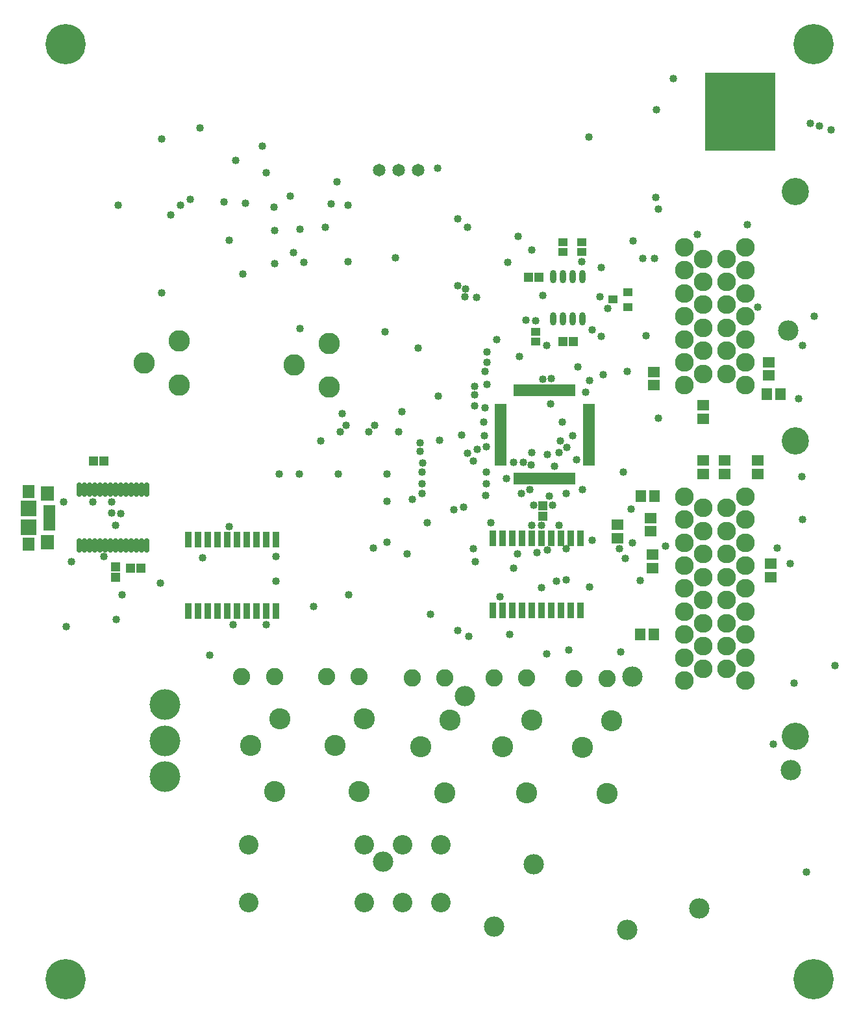
<source format=gbr>
%TF.GenerationSoftware,Altium Limited,Altium Designer,18.1.9 (240)*%
G04 Layer_Color=16711935*
%FSLAX26Y26*%
%MOIN*%
%TF.FileFunction,Soldermask,Bot*%
%TF.Part,Single*%
G01*
G75*
%TA.AperFunction,SMDPad,CuDef*%
%ADD77O,0.029685X0.074961*%
%ADD78R,0.084803X0.084803*%
%TA.AperFunction,ConnectorPad*%
%ADD79R,0.061181X0.067087*%
%ADD80R,0.065118X0.072992*%
%ADD81R,0.063150X0.025748*%
%TA.AperFunction,SMDPad,CuDef*%
%ADD82R,0.045433X0.049370*%
%ADD83R,0.049370X0.045433*%
%ADD84R,0.035591X0.078898*%
%ADD85O,0.033622X0.067087*%
%ADD86R,0.047402X0.043465*%
%ADD87R,0.045433X0.041496*%
%ADD88R,0.063150X0.055276*%
%ADD89R,0.021811X0.063150*%
%ADD90R,0.063150X0.021811*%
%ADD91R,0.055276X0.063150*%
%TA.AperFunction,ComponentPad*%
%ADD92C,0.010000*%
%TA.AperFunction,SMDPad,CuDef*%
%ADD93R,0.364331X0.403701*%
%TA.AperFunction,ComponentPad*%
%ADD94C,0.157638*%
%ADD95C,0.100551*%
%ADD96C,0.108425*%
%ADD97C,0.088740*%
%ADD98C,0.139921*%
%ADD99C,0.096614*%
%ADD100C,0.110000*%
%ADD101C,0.065118*%
%TA.AperFunction,ViaPad*%
%ADD102C,0.040000*%
%ADD103C,0.104488*%
%ADD104C,0.206850*%
D77*
X8080551Y4244921D02*
D03*
X8107165D02*
D03*
X8133779D02*
D03*
X8160394D02*
D03*
X8187008D02*
D03*
X8213622D02*
D03*
X8240236D02*
D03*
X8266850D02*
D03*
X8293465D02*
D03*
X8320079D02*
D03*
X8346693D02*
D03*
X8373307D02*
D03*
X8399921D02*
D03*
X8426535D02*
D03*
X8080551Y3959488D02*
D03*
X8107165D02*
D03*
X8133779D02*
D03*
X8160394D02*
D03*
X8187008D02*
D03*
X8213622D02*
D03*
X8240236D02*
D03*
X8266850D02*
D03*
X8293465D02*
D03*
X8320079D02*
D03*
X8346693D02*
D03*
X8373307D02*
D03*
X8399921D02*
D03*
X8426535D02*
D03*
D78*
X7821850Y4147244D02*
D03*
Y4052756D02*
D03*
D79*
Y4234842D02*
D03*
Y3965157D02*
D03*
D80*
X7918307Y4225984D02*
D03*
Y3974016D02*
D03*
D81*
X7927165Y4151181D02*
D03*
Y4125591D02*
D03*
Y4100000D02*
D03*
Y4074410D02*
D03*
Y4048819D02*
D03*
D82*
X8153425Y4390000D02*
D03*
X8206575D02*
D03*
X8345591Y3841181D02*
D03*
X8398740D02*
D03*
X10441575Y5335000D02*
D03*
X10388425D02*
D03*
X10563425Y5005000D02*
D03*
X10616575D02*
D03*
D83*
X8267165Y3846575D02*
D03*
Y3793425D02*
D03*
X10460000Y4161575D02*
D03*
Y4108425D02*
D03*
D84*
X8640000Y3989055D02*
D03*
X8690000D02*
D03*
X8740000D02*
D03*
X8790000D02*
D03*
X8840000D02*
D03*
X8890000D02*
D03*
X8940000D02*
D03*
X8990000D02*
D03*
X9040000D02*
D03*
X9090000D02*
D03*
X8640000Y3620945D02*
D03*
X8690000D02*
D03*
X8740000D02*
D03*
X8790000D02*
D03*
X8840000D02*
D03*
X8890000D02*
D03*
X8940000D02*
D03*
X8990000D02*
D03*
X9040000D02*
D03*
X9090000D02*
D03*
X10205000Y3994055D02*
D03*
X10255000D02*
D03*
X10305000D02*
D03*
X10355000D02*
D03*
X10405000D02*
D03*
X10455000D02*
D03*
X10505000D02*
D03*
X10555000D02*
D03*
X10605000D02*
D03*
X10655000D02*
D03*
X10205000Y3625945D02*
D03*
X10255000D02*
D03*
X10305000D02*
D03*
X10355000D02*
D03*
X10405000D02*
D03*
X10455000D02*
D03*
X10505000D02*
D03*
X10555000D02*
D03*
X10605000D02*
D03*
X10655000D02*
D03*
D85*
X10515000Y5337283D02*
D03*
X10565000D02*
D03*
X10615000D02*
D03*
X10665000D02*
D03*
X10515000Y5122717D02*
D03*
X10565000D02*
D03*
X10615000D02*
D03*
X10665000D02*
D03*
D86*
X10660000Y5515591D02*
D03*
Y5464409D02*
D03*
X10565000Y5464409D02*
D03*
Y5515591D02*
D03*
X10425000Y5004409D02*
D03*
Y5055591D02*
D03*
D87*
X10820000Y5220000D02*
D03*
X10898740Y5182599D02*
D03*
Y5257402D02*
D03*
D88*
X11025000Y3841102D02*
D03*
Y3910000D02*
D03*
X10845000Y3996102D02*
D03*
Y4065000D02*
D03*
X11620000Y4830551D02*
D03*
Y4899449D02*
D03*
X11285000Y4394449D02*
D03*
Y4325551D02*
D03*
Y4677402D02*
D03*
Y4608504D02*
D03*
X11030000Y4780551D02*
D03*
Y4849449D02*
D03*
X11565000Y4325551D02*
D03*
Y4394449D02*
D03*
X11015551Y4099449D02*
D03*
Y4030551D02*
D03*
X11395000Y4325551D02*
D03*
Y4394449D02*
D03*
X11630000Y3864449D02*
D03*
Y3795551D02*
D03*
D89*
X10322362Y4753309D02*
D03*
X10342047D02*
D03*
X10361732D02*
D03*
X10381417D02*
D03*
X10401102D02*
D03*
X10420787D02*
D03*
X10440472D02*
D03*
X10460157D02*
D03*
X10479843D02*
D03*
X10499528D02*
D03*
X10519213D02*
D03*
X10538898D02*
D03*
X10558583D02*
D03*
X10578268D02*
D03*
X10597953D02*
D03*
X10617638D02*
D03*
Y4300553D02*
D03*
X10597953D02*
D03*
X10578268D02*
D03*
X10558583D02*
D03*
X10538898D02*
D03*
X10519213D02*
D03*
X10499528D02*
D03*
X10479843D02*
D03*
X10460157D02*
D03*
X10440472D02*
D03*
X10420787D02*
D03*
X10401102D02*
D03*
X10381417D02*
D03*
X10361732D02*
D03*
X10342047D02*
D03*
X10322362D02*
D03*
D90*
X10696378Y4674569D02*
D03*
Y4654884D02*
D03*
Y4635199D02*
D03*
Y4615514D02*
D03*
Y4595829D02*
D03*
Y4576144D02*
D03*
Y4556459D02*
D03*
Y4536774D02*
D03*
Y4517089D02*
D03*
Y4497404D02*
D03*
Y4477718D02*
D03*
Y4458033D02*
D03*
Y4438349D02*
D03*
Y4418663D02*
D03*
Y4398978D02*
D03*
Y4379293D02*
D03*
X10243622D02*
D03*
Y4398978D02*
D03*
Y4418663D02*
D03*
Y4438349D02*
D03*
Y4458033D02*
D03*
Y4477718D02*
D03*
Y4497404D02*
D03*
Y4517089D02*
D03*
Y4536774D02*
D03*
Y4556459D02*
D03*
Y4576144D02*
D03*
Y4595829D02*
D03*
Y4615514D02*
D03*
Y4635199D02*
D03*
Y4654884D02*
D03*
Y4674569D02*
D03*
D91*
X11679449Y4735000D02*
D03*
X11610551D02*
D03*
X10965551Y4210000D02*
D03*
X11034449D02*
D03*
X10960551Y3500394D02*
D03*
X11029449D02*
D03*
D92*
X11475000Y6160000D02*
D03*
X11522244D02*
D03*
X11569488D02*
D03*
X11616732D02*
D03*
X11427756D02*
D03*
X11380512D02*
D03*
X11333268D02*
D03*
Y6112756D02*
D03*
X11380512D02*
D03*
X11427756D02*
D03*
X11616732D02*
D03*
X11569488D02*
D03*
X11522244D02*
D03*
X11475000D02*
D03*
X11333268Y6065512D02*
D03*
X11380512D02*
D03*
X11427756D02*
D03*
X11616732D02*
D03*
X11569488D02*
D03*
X11522244D02*
D03*
X11475000D02*
D03*
X11333268Y6018268D02*
D03*
X11380512D02*
D03*
X11427756D02*
D03*
X11616732D02*
D03*
X11569488D02*
D03*
X11522244D02*
D03*
X11475000D02*
D03*
X11333268Y6207244D02*
D03*
X11380512D02*
D03*
X11427756D02*
D03*
X11616732D02*
D03*
X11569488D02*
D03*
X11522244D02*
D03*
X11475000D02*
D03*
X11333268Y6254488D02*
D03*
X11380512D02*
D03*
X11427756D02*
D03*
X11616732D02*
D03*
X11569488D02*
D03*
X11522244D02*
D03*
X11475000D02*
D03*
X11333268Y6301732D02*
D03*
X11380512D02*
D03*
X11427756D02*
D03*
X11616732D02*
D03*
X11569488D02*
D03*
X11522244D02*
D03*
X11475000D02*
D03*
X11333268Y6348976D02*
D03*
X11380512D02*
D03*
X11427756D02*
D03*
X11616732D02*
D03*
X11569488D02*
D03*
X11522244D02*
D03*
X11475000D02*
D03*
D93*
Y6183622D02*
D03*
D94*
X8520000Y2769961D02*
D03*
Y2955000D02*
D03*
Y3140039D02*
D03*
D95*
X8952598Y2420000D02*
D03*
Y2124724D02*
D03*
X9740000D02*
D03*
X9543150D02*
D03*
X9740000Y2420000D02*
D03*
X9543150D02*
D03*
X9936850Y2124724D02*
D03*
Y2420000D02*
D03*
D96*
X9959016Y2688780D02*
D03*
X9984606Y3062795D02*
D03*
X9835000Y2925000D02*
D03*
X9084016Y2695079D02*
D03*
X9109606Y3069094D02*
D03*
X8960000Y2931299D02*
D03*
X10379016Y2688780D02*
D03*
X10404606Y3062795D02*
D03*
X10255000Y2925000D02*
D03*
X9519016Y2695079D02*
D03*
X9544606Y3069094D02*
D03*
X9395000Y2931299D02*
D03*
X10789449Y2685000D02*
D03*
X10815039Y3059016D02*
D03*
X10665433Y2921220D02*
D03*
D97*
X9789724Y3279331D02*
D03*
X9959016D02*
D03*
X8914724Y3285630D02*
D03*
X9084016D02*
D03*
X10209724Y3279331D02*
D03*
X10379016D02*
D03*
X9349724Y3285630D02*
D03*
X9519016D02*
D03*
X10620157Y3275551D02*
D03*
X10789449D02*
D03*
D98*
X11757441Y2978740D02*
D03*
Y4494488D02*
D03*
Y5774016D02*
D03*
D99*
X11186575Y5488583D02*
D03*
Y5370472D02*
D03*
Y5252362D02*
D03*
Y5134252D02*
D03*
Y5016142D02*
D03*
Y4898032D02*
D03*
Y4779921D02*
D03*
X11285000Y5429528D02*
D03*
Y5311417D02*
D03*
Y5193307D02*
D03*
Y5075197D02*
D03*
Y4957087D02*
D03*
Y4838976D02*
D03*
X11403110Y5429528D02*
D03*
Y5311417D02*
D03*
Y5193307D02*
D03*
Y5075197D02*
D03*
Y4957087D02*
D03*
Y4838976D02*
D03*
X11501535Y5488583D02*
D03*
Y5370472D02*
D03*
Y5252362D02*
D03*
Y5134252D02*
D03*
Y5016142D02*
D03*
Y4898032D02*
D03*
Y4779921D02*
D03*
Y3264173D02*
D03*
Y3382284D02*
D03*
Y3500394D02*
D03*
Y3618504D02*
D03*
Y3736614D02*
D03*
Y3854724D02*
D03*
Y3972835D02*
D03*
Y4090945D02*
D03*
Y4209055D02*
D03*
X11403110Y3323228D02*
D03*
Y3441339D02*
D03*
Y3559449D02*
D03*
Y3677559D02*
D03*
Y3795669D02*
D03*
Y3913780D02*
D03*
Y4031890D02*
D03*
Y4150000D02*
D03*
X11285000Y3323228D02*
D03*
Y3441339D02*
D03*
Y3559449D02*
D03*
Y3677559D02*
D03*
Y3795669D02*
D03*
Y3913780D02*
D03*
Y4031890D02*
D03*
Y4150000D02*
D03*
X11186575Y3264173D02*
D03*
Y3382284D02*
D03*
Y3500394D02*
D03*
Y3618504D02*
D03*
Y3736614D02*
D03*
Y3854724D02*
D03*
Y3972835D02*
D03*
Y4090945D02*
D03*
Y4209055D02*
D03*
D100*
X8593938Y5006380D02*
D03*
Y4782754D02*
D03*
X8415000Y4894567D02*
D03*
X9363938Y4995947D02*
D03*
Y4772321D02*
D03*
X9185000Y4884134D02*
D03*
D101*
X9820000Y5885000D02*
D03*
X9720000D02*
D03*
X9620000D02*
D03*
D102*
X11815551Y2280000D02*
D03*
X10160000Y4520000D02*
D03*
X10065000Y5275000D02*
D03*
X9320000Y4494488D02*
D03*
X9450000Y4575000D02*
D03*
X9930000Y4499488D02*
D03*
X10290000Y3500000D02*
D03*
X11795000Y4090000D02*
D03*
X10460000Y5240000D02*
D03*
X10760000Y5030000D02*
D03*
X9040000Y3550000D02*
D03*
X11960000Y3342863D02*
D03*
X11645000Y2937018D02*
D03*
X9720000Y4540000D02*
D03*
X9660000Y4325000D02*
D03*
X10715000Y3985000D02*
D03*
X10170000Y4335000D02*
D03*
X10915000Y4143622D02*
D03*
X10025000Y3520000D02*
D03*
X10455000Y3740000D02*
D03*
X10485000Y3935000D02*
D03*
X9285000Y3645000D02*
D03*
X9590834Y3946000D02*
D03*
X10580000Y4225000D02*
D03*
X10430000Y3920000D02*
D03*
X10415000Y4165000D02*
D03*
X10495000Y4210000D02*
D03*
X10395000Y4245000D02*
D03*
X10403287Y4433287D02*
D03*
X9845000Y4380000D02*
D03*
X10125000Y4450000D02*
D03*
X10170000Y4465000D02*
D03*
X10158937Y4590000D02*
D03*
X10110000Y4675000D02*
D03*
Y4730000D02*
D03*
X10505000Y4815000D02*
D03*
X10460000Y4810000D02*
D03*
X10640000Y4873346D02*
D03*
X10700000Y4805000D02*
D03*
X10680000Y4745000D02*
D03*
X10615000Y4520000D02*
D03*
X10550000Y4495000D02*
D03*
X10165000Y4850000D02*
D03*
X11795000Y4985000D02*
D03*
X10660000Y5415551D02*
D03*
X9430000Y4635000D02*
D03*
X11130000Y6355000D02*
D03*
X8271083Y3578917D02*
D03*
X11880000Y6111282D02*
D03*
X11940000Y6090000D02*
D03*
X11749944Y3250000D02*
D03*
X10545000Y4435000D02*
D03*
X10485000Y4423347D02*
D03*
X11045000Y6195000D02*
D03*
X11510000Y5605000D02*
D03*
X10925000Y5520000D02*
D03*
X11665000Y3945000D02*
D03*
X11775000Y4710000D02*
D03*
X10960551Y3776654D02*
D03*
X10885000Y3890295D02*
D03*
X10975000Y5430000D02*
D03*
X11855000Y5135000D02*
D03*
X10861803Y3410000D02*
D03*
X10595000Y3420000D02*
D03*
X10080000Y3490000D02*
D03*
X10115000Y3875000D02*
D03*
X10310000Y3840000D02*
D03*
X9660000Y3975000D02*
D03*
Y4186260D02*
D03*
X8247165Y4180000D02*
D03*
X8150000D02*
D03*
X8000984D02*
D03*
X8267165Y4060000D02*
D03*
X8870000Y3550000D02*
D03*
X9410000Y4325000D02*
D03*
X9209449D02*
D03*
X9107439D02*
D03*
X11090000Y3955000D02*
D03*
X10920000Y3972835D02*
D03*
X10045099Y4524901D02*
D03*
X8750000Y3395000D02*
D03*
X8715000Y3896181D02*
D03*
X8850000Y4055000D02*
D03*
X9090000Y3900000D02*
D03*
Y3775000D02*
D03*
X10330000Y3915000D02*
D03*
X10455000Y4060000D02*
D03*
X10855000Y3940000D02*
D03*
X10700000Y3745000D02*
D03*
X10580000Y3780000D02*
D03*
X10530000Y3775000D02*
D03*
X10405355Y4060000D02*
D03*
X10195000Y4074410D02*
D03*
X10055000Y4153937D02*
D03*
X10665000Y4245834D02*
D03*
X10520000Y4365000D02*
D03*
X10755000Y5235000D02*
D03*
X11565000Y5180000D02*
D03*
X11730000Y3864449D02*
D03*
X10795000Y5175000D02*
D03*
X10715000Y5065000D02*
D03*
X10335000Y5545000D02*
D03*
X10405000Y5475000D02*
D03*
X10075000Y4431904D02*
D03*
X9790000Y4195000D02*
D03*
X9765000Y3915000D02*
D03*
X10310000Y4385000D02*
D03*
X10275000Y4300000D02*
D03*
X9830000Y4440000D02*
D03*
Y4485000D02*
D03*
X9566774Y4540000D02*
D03*
X9598856Y4575000D02*
D03*
X9420000Y4540000D02*
D03*
X9736575Y4645000D02*
D03*
X8300000Y3705000D02*
D03*
X8015000Y3540000D02*
D03*
X10696378Y6055000D02*
D03*
X11835000Y6125000D02*
D03*
X8497165Y3765000D02*
D03*
X8293465Y4120000D02*
D03*
X8247165Y4125000D02*
D03*
X8042165Y3875000D02*
D03*
X8207165Y3900000D02*
D03*
X9885000Y3605000D02*
D03*
X10240000Y3695000D02*
D03*
X10005000Y4140000D02*
D03*
X10350000Y4225000D02*
D03*
X9866732Y4075000D02*
D03*
X9464882Y3705118D02*
D03*
X10560000Y4590000D02*
D03*
X10360000Y4385000D02*
D03*
X10175000Y4898032D02*
D03*
X10060000Y5235000D02*
D03*
X10175000Y4950000D02*
D03*
X10225000Y5015000D02*
D03*
X10120000Y5230000D02*
D03*
X9650000Y5055000D02*
D03*
X9820000Y4970000D02*
D03*
X9840000Y4225000D02*
D03*
Y4275000D02*
D03*
Y4335000D02*
D03*
X10510000Y4163937D02*
D03*
X10545000Y4060000D02*
D03*
X11040000Y5745000D02*
D03*
X10025000Y5635000D02*
D03*
Y5290000D02*
D03*
X11055000Y5685000D02*
D03*
X10075000Y5590000D02*
D03*
X10400000Y4370000D02*
D03*
X10168898Y4215000D02*
D03*
X10170000Y4275000D02*
D03*
X9705000Y5435000D02*
D03*
X10175000Y4785000D02*
D03*
X10165000Y4665000D02*
D03*
X10580000Y3940000D02*
D03*
X10480000Y3401299D02*
D03*
X10280000Y5411496D02*
D03*
X10500000Y4685000D02*
D03*
X9925000Y4725000D02*
D03*
X10110000Y4775000D02*
D03*
X9920000Y5895000D02*
D03*
X11790000Y4310000D02*
D03*
X10990000Y5035000D02*
D03*
X10340000Y4929606D02*
D03*
X10375000Y5115000D02*
D03*
X10635000Y4398978D02*
D03*
X10875000Y4335000D02*
D03*
X11055000Y4610000D02*
D03*
X10895000Y4850000D02*
D03*
X10105000Y4390000D02*
D03*
X11035000Y5430000D02*
D03*
X11255000Y5555000D02*
D03*
X10760000Y5385000D02*
D03*
X10770000Y4835000D02*
D03*
X10480000Y4985000D02*
D03*
X10425000Y5110000D02*
D03*
X10105000Y3940000D02*
D03*
X10585000Y4460000D02*
D03*
X8505000Y5255000D02*
D03*
X9215000Y5070000D02*
D03*
X9405000Y5825000D02*
D03*
X9020000Y6007283D02*
D03*
X8825000Y5720000D02*
D03*
X8600000Y5705551D02*
D03*
X8935000Y5715000D02*
D03*
X8280000Y5705000D02*
D03*
X8550000Y5654153D02*
D03*
X9460551Y5415551D02*
D03*
Y5705551D02*
D03*
X9235000Y5410000D02*
D03*
X8885000Y5935000D02*
D03*
X8505000Y6045000D02*
D03*
X8700000Y6100000D02*
D03*
X9085000Y5404449D02*
D03*
X8920000Y5352106D02*
D03*
X9345000Y5590000D02*
D03*
X9180000Y5460000D02*
D03*
X9040000Y5870000D02*
D03*
X9080157Y5694842D02*
D03*
X9375000Y5710000D02*
D03*
X9215000Y5580000D02*
D03*
X9165000Y5750276D02*
D03*
X8650000Y5735000D02*
D03*
X8850000Y5525000D02*
D03*
X9085000Y5575551D02*
D03*
D103*
X10210000Y2000000D02*
D03*
X9640000Y2335000D02*
D03*
X11735000Y2805000D02*
D03*
X10920000Y3284449D02*
D03*
X10415000Y2320000D02*
D03*
X10895000Y1985000D02*
D03*
X11265000Y2095000D02*
D03*
X11720000Y5060000D02*
D03*
X10060000Y3185000D02*
D03*
D104*
X11850000Y6530000D02*
D03*
X8010000D02*
D03*
Y1730000D02*
D03*
X11850000D02*
D03*
%TF.MD5,4359e76a1bb15f0dfcee3be4951817ad*%
M02*

</source>
